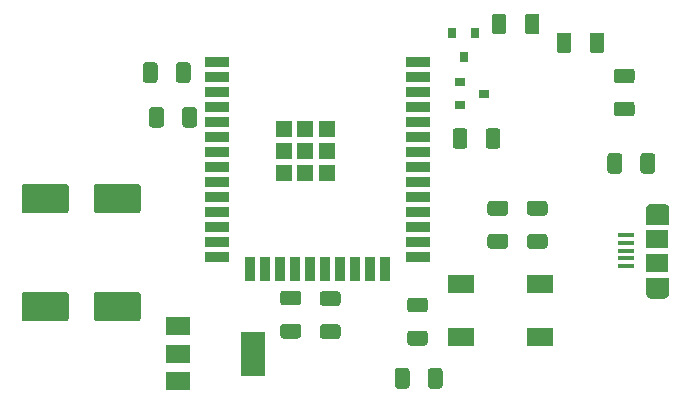
<source format=gtp>
G04 #@! TF.GenerationSoftware,KiCad,Pcbnew,(5.1.9)-1*
G04 #@! TF.CreationDate,2021-04-15T13:25:18+02:00*
G04 #@! TF.ProjectId,microfoon,6d696372-6f66-46f6-9f6e-2e6b69636164,rev?*
G04 #@! TF.SameCoordinates,Original*
G04 #@! TF.FileFunction,Paste,Top*
G04 #@! TF.FilePolarity,Positive*
%FSLAX46Y46*%
G04 Gerber Fmt 4.6, Leading zero omitted, Abs format (unit mm)*
G04 Created by KiCad (PCBNEW (5.1.9)-1) date 2021-04-15 13:25:18*
%MOMM*%
%LPD*%
G01*
G04 APERTURE LIST*
%ADD10C,0.000100*%
%ADD11R,1.350000X0.400000*%
%ADD12R,1.900000X1.500000*%
%ADD13R,2.300000X1.500000*%
%ADD14R,2.000000X3.800000*%
%ADD15R,2.000000X1.500000*%
%ADD16R,2.000000X0.900000*%
%ADD17R,0.900000X2.000000*%
%ADD18R,1.330000X1.330000*%
%ADD19R,0.800000X0.900000*%
%ADD20R,0.900000X0.800000*%
G04 APERTURE END LIST*
D10*
G36*
X138750000Y-64300000D02*
G01*
X138750000Y-63100000D01*
X140650000Y-63100000D01*
X140650000Y-64300000D01*
X140649349Y-64324860D01*
X140647398Y-64349650D01*
X140644152Y-64374310D01*
X140639620Y-64398760D01*
X140633815Y-64422940D01*
X140626752Y-64446780D01*
X140618451Y-64470220D01*
X140608934Y-64493200D01*
X140598228Y-64515650D01*
X140586362Y-64537500D01*
X140573369Y-64558700D01*
X140559283Y-64579200D01*
X140544144Y-64598930D01*
X140527994Y-64617840D01*
X140510876Y-64635880D01*
X140492837Y-64652990D01*
X140473927Y-64669140D01*
X140454198Y-64684280D01*
X140433704Y-64698370D01*
X140412500Y-64711360D01*
X140390645Y-64723230D01*
X140368200Y-64733930D01*
X140345225Y-64743450D01*
X140321783Y-64751750D01*
X140297939Y-64758810D01*
X140273758Y-64764620D01*
X140249306Y-64769150D01*
X140224651Y-64772400D01*
X140199860Y-64774350D01*
X140175000Y-64775000D01*
X139225000Y-64775000D01*
X139200140Y-64774350D01*
X139175349Y-64772400D01*
X139150694Y-64769150D01*
X139126242Y-64764620D01*
X139102061Y-64758810D01*
X139078217Y-64751750D01*
X139054775Y-64743450D01*
X139031800Y-64733930D01*
X139009355Y-64723230D01*
X138987500Y-64711360D01*
X138966296Y-64698370D01*
X138945802Y-64684280D01*
X138926073Y-64669140D01*
X138907163Y-64652990D01*
X138889124Y-64635880D01*
X138872006Y-64617840D01*
X138855856Y-64598930D01*
X138840717Y-64579200D01*
X138826631Y-64558700D01*
X138813638Y-64537500D01*
X138801772Y-64515650D01*
X138791066Y-64493200D01*
X138781549Y-64470220D01*
X138773248Y-64446780D01*
X138766185Y-64422940D01*
X138760380Y-64398760D01*
X138755848Y-64374310D01*
X138752602Y-64349650D01*
X138750651Y-64324860D01*
X138750000Y-64300000D01*
G37*
X138750000Y-64300000D02*
X138750000Y-63100000D01*
X140650000Y-63100000D01*
X140650000Y-64300000D01*
X140649349Y-64324860D01*
X140647398Y-64349650D01*
X140644152Y-64374310D01*
X140639620Y-64398760D01*
X140633815Y-64422940D01*
X140626752Y-64446780D01*
X140618451Y-64470220D01*
X140608934Y-64493200D01*
X140598228Y-64515650D01*
X140586362Y-64537500D01*
X140573369Y-64558700D01*
X140559283Y-64579200D01*
X140544144Y-64598930D01*
X140527994Y-64617840D01*
X140510876Y-64635880D01*
X140492837Y-64652990D01*
X140473927Y-64669140D01*
X140454198Y-64684280D01*
X140433704Y-64698370D01*
X140412500Y-64711360D01*
X140390645Y-64723230D01*
X140368200Y-64733930D01*
X140345225Y-64743450D01*
X140321783Y-64751750D01*
X140297939Y-64758810D01*
X140273758Y-64764620D01*
X140249306Y-64769150D01*
X140224651Y-64772400D01*
X140199860Y-64774350D01*
X140175000Y-64775000D01*
X139225000Y-64775000D01*
X139200140Y-64774350D01*
X139175349Y-64772400D01*
X139150694Y-64769150D01*
X139126242Y-64764620D01*
X139102061Y-64758810D01*
X139078217Y-64751750D01*
X139054775Y-64743450D01*
X139031800Y-64733930D01*
X139009355Y-64723230D01*
X138987500Y-64711360D01*
X138966296Y-64698370D01*
X138945802Y-64684280D01*
X138926073Y-64669140D01*
X138907163Y-64652990D01*
X138889124Y-64635880D01*
X138872006Y-64617840D01*
X138855856Y-64598930D01*
X138840717Y-64579200D01*
X138826631Y-64558700D01*
X138813638Y-64537500D01*
X138801772Y-64515650D01*
X138791066Y-64493200D01*
X138781549Y-64470220D01*
X138773248Y-64446780D01*
X138766185Y-64422940D01*
X138760380Y-64398760D01*
X138755848Y-64374310D01*
X138752602Y-64349650D01*
X138750651Y-64324860D01*
X138750000Y-64300000D01*
G36*
X138750000Y-57300000D02*
G01*
X138750000Y-58500000D01*
X140650000Y-58500000D01*
X140650000Y-57300000D01*
X140649349Y-57275140D01*
X140647398Y-57250350D01*
X140644152Y-57225690D01*
X140639620Y-57201240D01*
X140633815Y-57177060D01*
X140626752Y-57153220D01*
X140618451Y-57129780D01*
X140608934Y-57106800D01*
X140598228Y-57084350D01*
X140586362Y-57062500D01*
X140573369Y-57041300D01*
X140559283Y-57020800D01*
X140544144Y-57001070D01*
X140527994Y-56982160D01*
X140510876Y-56964120D01*
X140492837Y-56947010D01*
X140473927Y-56930860D01*
X140454198Y-56915720D01*
X140433704Y-56901630D01*
X140412500Y-56888640D01*
X140390645Y-56876770D01*
X140368200Y-56866070D01*
X140345225Y-56856550D01*
X140321783Y-56848250D01*
X140297939Y-56841190D01*
X140273758Y-56835380D01*
X140249306Y-56830850D01*
X140224651Y-56827600D01*
X140199860Y-56825650D01*
X140175000Y-56825000D01*
X139225000Y-56825000D01*
X139200140Y-56825650D01*
X139175349Y-56827600D01*
X139150694Y-56830850D01*
X139126242Y-56835380D01*
X139102061Y-56841190D01*
X139078217Y-56848250D01*
X139054775Y-56856550D01*
X139031800Y-56866070D01*
X139009355Y-56876770D01*
X138987500Y-56888640D01*
X138966296Y-56901630D01*
X138945802Y-56915720D01*
X138926073Y-56930860D01*
X138907163Y-56947010D01*
X138889124Y-56964120D01*
X138872006Y-56982160D01*
X138855856Y-57001070D01*
X138840717Y-57020800D01*
X138826631Y-57041300D01*
X138813638Y-57062500D01*
X138801772Y-57084350D01*
X138791066Y-57106800D01*
X138781549Y-57129780D01*
X138773248Y-57153220D01*
X138766185Y-57177060D01*
X138760380Y-57201240D01*
X138755848Y-57225690D01*
X138752602Y-57250350D01*
X138750651Y-57275140D01*
X138750000Y-57300000D01*
G37*
X138750000Y-57300000D02*
X138750000Y-58500000D01*
X140650000Y-58500000D01*
X140650000Y-57300000D01*
X140649349Y-57275140D01*
X140647398Y-57250350D01*
X140644152Y-57225690D01*
X140639620Y-57201240D01*
X140633815Y-57177060D01*
X140626752Y-57153220D01*
X140618451Y-57129780D01*
X140608934Y-57106800D01*
X140598228Y-57084350D01*
X140586362Y-57062500D01*
X140573369Y-57041300D01*
X140559283Y-57020800D01*
X140544144Y-57001070D01*
X140527994Y-56982160D01*
X140510876Y-56964120D01*
X140492837Y-56947010D01*
X140473927Y-56930860D01*
X140454198Y-56915720D01*
X140433704Y-56901630D01*
X140412500Y-56888640D01*
X140390645Y-56876770D01*
X140368200Y-56866070D01*
X140345225Y-56856550D01*
X140321783Y-56848250D01*
X140297939Y-56841190D01*
X140273758Y-56835380D01*
X140249306Y-56830850D01*
X140224651Y-56827600D01*
X140199860Y-56825650D01*
X140175000Y-56825000D01*
X139225000Y-56825000D01*
X139200140Y-56825650D01*
X139175349Y-56827600D01*
X139150694Y-56830850D01*
X139126242Y-56835380D01*
X139102061Y-56841190D01*
X139078217Y-56848250D01*
X139054775Y-56856550D01*
X139031800Y-56866070D01*
X139009355Y-56876770D01*
X138987500Y-56888640D01*
X138966296Y-56901630D01*
X138945802Y-56915720D01*
X138926073Y-56930860D01*
X138907163Y-56947010D01*
X138889124Y-56964120D01*
X138872006Y-56982160D01*
X138855856Y-57001070D01*
X138840717Y-57020800D01*
X138826631Y-57041300D01*
X138813638Y-57062500D01*
X138801772Y-57084350D01*
X138791066Y-57106800D01*
X138781549Y-57129780D01*
X138773248Y-57153220D01*
X138766185Y-57177060D01*
X138760380Y-57201240D01*
X138755848Y-57225690D01*
X138752602Y-57250350D01*
X138750651Y-57275140D01*
X138750000Y-57300000D01*
G36*
G01*
X126825000Y-57825000D02*
X125575000Y-57825000D01*
G75*
G02*
X125325000Y-57575000I0J250000D01*
G01*
X125325000Y-56825000D01*
G75*
G02*
X125575000Y-56575000I250000J0D01*
G01*
X126825000Y-56575000D01*
G75*
G02*
X127075000Y-56825000I0J-250000D01*
G01*
X127075000Y-57575000D01*
G75*
G02*
X126825000Y-57825000I-250000J0D01*
G01*
G37*
G36*
G01*
X126825000Y-60625000D02*
X125575000Y-60625000D01*
G75*
G02*
X125325000Y-60375000I0J250000D01*
G01*
X125325000Y-59625000D01*
G75*
G02*
X125575000Y-59375000I250000J0D01*
G01*
X126825000Y-59375000D01*
G75*
G02*
X127075000Y-59625000I0J-250000D01*
G01*
X127075000Y-60375000D01*
G75*
G02*
X126825000Y-60625000I-250000J0D01*
G01*
G37*
G36*
G01*
X138275000Y-54025000D02*
X138275000Y-52775000D01*
G75*
G02*
X138525000Y-52525000I250000J0D01*
G01*
X139275000Y-52525000D01*
G75*
G02*
X139525000Y-52775000I0J-250000D01*
G01*
X139525000Y-54025000D01*
G75*
G02*
X139275000Y-54275000I-250000J0D01*
G01*
X138525000Y-54275000D01*
G75*
G02*
X138275000Y-54025000I0J250000D01*
G01*
G37*
G36*
G01*
X135475000Y-54025000D02*
X135475000Y-52775000D01*
G75*
G02*
X135725000Y-52525000I250000J0D01*
G01*
X136475000Y-52525000D01*
G75*
G02*
X136725000Y-52775000I0J-250000D01*
G01*
X136725000Y-54025000D01*
G75*
G02*
X136475000Y-54275000I-250000J0D01*
G01*
X135725000Y-54275000D01*
G75*
G02*
X135475000Y-54025000I0J250000D01*
G01*
G37*
G36*
G01*
X98943000Y-46345000D02*
X98943000Y-45095000D01*
G75*
G02*
X99193000Y-44845000I250000J0D01*
G01*
X99943000Y-44845000D01*
G75*
G02*
X100193000Y-45095000I0J-250000D01*
G01*
X100193000Y-46345000D01*
G75*
G02*
X99943000Y-46595000I-250000J0D01*
G01*
X99193000Y-46595000D01*
G75*
G02*
X98943000Y-46345000I0J250000D01*
G01*
G37*
G36*
G01*
X96143000Y-46345000D02*
X96143000Y-45095000D01*
G75*
G02*
X96393000Y-44845000I250000J0D01*
G01*
X97143000Y-44845000D01*
G75*
G02*
X97393000Y-45095000I0J-250000D01*
G01*
X97393000Y-46345000D01*
G75*
G02*
X97143000Y-46595000I-250000J0D01*
G01*
X96393000Y-46595000D01*
G75*
G02*
X96143000Y-46345000I0J250000D01*
G01*
G37*
G36*
G01*
X97925000Y-48875000D02*
X97925000Y-50125000D01*
G75*
G02*
X97675000Y-50375000I-250000J0D01*
G01*
X96925000Y-50375000D01*
G75*
G02*
X96675000Y-50125000I0J250000D01*
G01*
X96675000Y-48875000D01*
G75*
G02*
X96925000Y-48625000I250000J0D01*
G01*
X97675000Y-48625000D01*
G75*
G02*
X97925000Y-48875000I0J-250000D01*
G01*
G37*
G36*
G01*
X100725000Y-48875000D02*
X100725000Y-50125000D01*
G75*
G02*
X100475000Y-50375000I-250000J0D01*
G01*
X99725000Y-50375000D01*
G75*
G02*
X99475000Y-50125000I0J250000D01*
G01*
X99475000Y-48875000D01*
G75*
G02*
X99725000Y-48625000I250000J0D01*
G01*
X100475000Y-48625000D01*
G75*
G02*
X100725000Y-48875000I0J-250000D01*
G01*
G37*
G36*
G01*
X131175000Y-43825000D02*
X131175000Y-42575000D01*
G75*
G02*
X131425000Y-42325000I250000J0D01*
G01*
X132175000Y-42325000D01*
G75*
G02*
X132425000Y-42575000I0J-250000D01*
G01*
X132425000Y-43825000D01*
G75*
G02*
X132175000Y-44075000I-250000J0D01*
G01*
X131425000Y-44075000D01*
G75*
G02*
X131175000Y-43825000I0J250000D01*
G01*
G37*
G36*
G01*
X133975000Y-43825000D02*
X133975000Y-42575000D01*
G75*
G02*
X134225000Y-42325000I250000J0D01*
G01*
X134975000Y-42325000D01*
G75*
G02*
X135225000Y-42575000I0J-250000D01*
G01*
X135225000Y-43825000D01*
G75*
G02*
X134975000Y-44075000I-250000J0D01*
G01*
X134225000Y-44075000D01*
G75*
G02*
X133975000Y-43825000I0J250000D01*
G01*
G37*
D11*
X137025000Y-59500000D03*
X137025000Y-60150000D03*
X137025000Y-60800000D03*
X137025000Y-61450000D03*
X137025000Y-62100000D03*
D12*
X139700000Y-59800000D03*
X139700000Y-61800000D03*
D13*
X123050000Y-68100000D03*
X129750000Y-68100000D03*
X129750000Y-63600000D03*
X123050000Y-63600000D03*
D14*
X105450000Y-69500000D03*
D15*
X99150000Y-69500000D03*
X99150000Y-71800000D03*
X99150000Y-67200000D03*
D16*
X102400000Y-44840000D03*
X102400000Y-46110000D03*
X102400000Y-47380000D03*
X102400000Y-48650000D03*
X102400000Y-49920000D03*
X102400000Y-51190000D03*
X102400000Y-52460000D03*
X102400000Y-53730000D03*
X102400000Y-55000000D03*
X102400000Y-56270000D03*
X102400000Y-57540000D03*
X102400000Y-58810000D03*
X102400000Y-60080000D03*
X102400000Y-61350000D03*
D17*
X105185000Y-62350000D03*
X106455000Y-62350000D03*
X107725000Y-62350000D03*
X108995000Y-62350000D03*
X110265000Y-62350000D03*
X111535000Y-62350000D03*
X112805000Y-62350000D03*
X114075000Y-62350000D03*
X115345000Y-62350000D03*
X116615000Y-62350000D03*
D16*
X119400000Y-61350000D03*
X119400000Y-60080000D03*
X119400000Y-58810000D03*
X119400000Y-57540000D03*
X119400000Y-56270000D03*
X119400000Y-55000000D03*
X119400000Y-53730000D03*
X119400000Y-52460000D03*
X119400000Y-51190000D03*
X119400000Y-49920000D03*
X119400000Y-48650000D03*
X119400000Y-47380000D03*
X119400000Y-46110000D03*
X119400000Y-44840000D03*
D18*
X108065000Y-50505000D03*
X109900000Y-50505000D03*
X111735000Y-50505000D03*
X108065000Y-52340000D03*
X109900000Y-52340000D03*
X111735000Y-52340000D03*
X108065000Y-54175000D03*
X109900000Y-54175000D03*
X111735000Y-54175000D03*
G36*
G01*
X130165000Y-60625000D02*
X128915000Y-60625000D01*
G75*
G02*
X128665000Y-60375000I0J250000D01*
G01*
X128665000Y-59625000D01*
G75*
G02*
X128915000Y-59375000I250000J0D01*
G01*
X130165000Y-59375000D01*
G75*
G02*
X130415000Y-59625000I0J-250000D01*
G01*
X130415000Y-60375000D01*
G75*
G02*
X130165000Y-60625000I-250000J0D01*
G01*
G37*
G36*
G01*
X130165000Y-57825000D02*
X128915000Y-57825000D01*
G75*
G02*
X128665000Y-57575000I0J250000D01*
G01*
X128665000Y-56825000D01*
G75*
G02*
X128915000Y-56575000I250000J0D01*
G01*
X130165000Y-56575000D01*
G75*
G02*
X130415000Y-56825000I0J-250000D01*
G01*
X130415000Y-57575000D01*
G75*
G02*
X130165000Y-57825000I-250000J0D01*
G01*
G37*
D19*
X123300000Y-44400000D03*
X122350000Y-42400000D03*
X124250000Y-42400000D03*
D20*
X123000000Y-46550000D03*
X123000000Y-48450000D03*
X125000000Y-47500000D03*
G36*
G01*
X120275000Y-72225000D02*
X120275000Y-70975000D01*
G75*
G02*
X120525000Y-70725000I250000J0D01*
G01*
X121275000Y-70725000D01*
G75*
G02*
X121525000Y-70975000I0J-250000D01*
G01*
X121525000Y-72225000D01*
G75*
G02*
X121275000Y-72475000I-250000J0D01*
G01*
X120525000Y-72475000D01*
G75*
G02*
X120275000Y-72225000I0J250000D01*
G01*
G37*
G36*
G01*
X117475000Y-72225000D02*
X117475000Y-70975000D01*
G75*
G02*
X117725000Y-70725000I250000J0D01*
G01*
X118475000Y-70725000D01*
G75*
G02*
X118725000Y-70975000I0J-250000D01*
G01*
X118725000Y-72225000D01*
G75*
G02*
X118475000Y-72475000I-250000J0D01*
G01*
X117725000Y-72475000D01*
G75*
G02*
X117475000Y-72225000I0J250000D01*
G01*
G37*
G36*
G01*
X128475000Y-42225000D02*
X128475000Y-40975000D01*
G75*
G02*
X128725000Y-40725000I250000J0D01*
G01*
X129475000Y-40725000D01*
G75*
G02*
X129725000Y-40975000I0J-250000D01*
G01*
X129725000Y-42225000D01*
G75*
G02*
X129475000Y-42475000I-250000J0D01*
G01*
X128725000Y-42475000D01*
G75*
G02*
X128475000Y-42225000I0J250000D01*
G01*
G37*
G36*
G01*
X125675000Y-42225000D02*
X125675000Y-40975000D01*
G75*
G02*
X125925000Y-40725000I250000J0D01*
G01*
X126675000Y-40725000D01*
G75*
G02*
X126925000Y-40975000I0J-250000D01*
G01*
X126925000Y-42225000D01*
G75*
G02*
X126675000Y-42475000I-250000J0D01*
G01*
X125925000Y-42475000D01*
G75*
G02*
X125675000Y-42225000I0J250000D01*
G01*
G37*
G36*
G01*
X125175000Y-51925000D02*
X125175000Y-50675000D01*
G75*
G02*
X125425000Y-50425000I250000J0D01*
G01*
X126175000Y-50425000D01*
G75*
G02*
X126425000Y-50675000I0J-250000D01*
G01*
X126425000Y-51925000D01*
G75*
G02*
X126175000Y-52175000I-250000J0D01*
G01*
X125425000Y-52175000D01*
G75*
G02*
X125175000Y-51925000I0J250000D01*
G01*
G37*
G36*
G01*
X122375000Y-51925000D02*
X122375000Y-50675000D01*
G75*
G02*
X122625000Y-50425000I250000J0D01*
G01*
X123375000Y-50425000D01*
G75*
G02*
X123625000Y-50675000I0J-250000D01*
G01*
X123625000Y-51925000D01*
G75*
G02*
X123375000Y-52175000I-250000J0D01*
G01*
X122625000Y-52175000D01*
G75*
G02*
X122375000Y-51925000I0J250000D01*
G01*
G37*
G36*
G01*
X137525000Y-49425000D02*
X136275000Y-49425000D01*
G75*
G02*
X136025000Y-49175000I0J250000D01*
G01*
X136025000Y-48425000D01*
G75*
G02*
X136275000Y-48175000I250000J0D01*
G01*
X137525000Y-48175000D01*
G75*
G02*
X137775000Y-48425000I0J-250000D01*
G01*
X137775000Y-49175000D01*
G75*
G02*
X137525000Y-49425000I-250000J0D01*
G01*
G37*
G36*
G01*
X137525000Y-46625000D02*
X136275000Y-46625000D01*
G75*
G02*
X136025000Y-46375000I0J250000D01*
G01*
X136025000Y-45625000D01*
G75*
G02*
X136275000Y-45375000I250000J0D01*
G01*
X137525000Y-45375000D01*
G75*
G02*
X137775000Y-45625000I0J-250000D01*
G01*
X137775000Y-46375000D01*
G75*
G02*
X137525000Y-46625000I-250000J0D01*
G01*
G37*
G36*
G01*
X120025000Y-68825000D02*
X118775000Y-68825000D01*
G75*
G02*
X118525000Y-68575000I0J250000D01*
G01*
X118525000Y-67825000D01*
G75*
G02*
X118775000Y-67575000I250000J0D01*
G01*
X120025000Y-67575000D01*
G75*
G02*
X120275000Y-67825000I0J-250000D01*
G01*
X120275000Y-68575000D01*
G75*
G02*
X120025000Y-68825000I-250000J0D01*
G01*
G37*
G36*
G01*
X120025000Y-66025000D02*
X118775000Y-66025000D01*
G75*
G02*
X118525000Y-65775000I0J250000D01*
G01*
X118525000Y-65025000D01*
G75*
G02*
X118775000Y-64775000I250000J0D01*
G01*
X120025000Y-64775000D01*
G75*
G02*
X120275000Y-65025000I0J-250000D01*
G01*
X120275000Y-65775000D01*
G75*
G02*
X120025000Y-66025000I-250000J0D01*
G01*
G37*
G36*
G01*
X111379999Y-64220001D02*
X112629999Y-64220001D01*
G75*
G02*
X112879999Y-64470001I0J-250000D01*
G01*
X112879999Y-65220001D01*
G75*
G02*
X112629999Y-65470001I-250000J0D01*
G01*
X111379999Y-65470001D01*
G75*
G02*
X111129999Y-65220001I0J250000D01*
G01*
X111129999Y-64470001D01*
G75*
G02*
X111379999Y-64220001I250000J0D01*
G01*
G37*
G36*
G01*
X111379999Y-67020001D02*
X112629999Y-67020001D01*
G75*
G02*
X112879999Y-67270001I0J-250000D01*
G01*
X112879999Y-68020001D01*
G75*
G02*
X112629999Y-68270001I-250000J0D01*
G01*
X111379999Y-68270001D01*
G75*
G02*
X111129999Y-68020001I0J250000D01*
G01*
X111129999Y-67270001D01*
G75*
G02*
X111379999Y-67020001I250000J0D01*
G01*
G37*
G36*
G01*
X108039999Y-64180001D02*
X109289999Y-64180001D01*
G75*
G02*
X109539999Y-64430001I0J-250000D01*
G01*
X109539999Y-65180001D01*
G75*
G02*
X109289999Y-65430001I-250000J0D01*
G01*
X108039999Y-65430001D01*
G75*
G02*
X107789999Y-65180001I0J250000D01*
G01*
X107789999Y-64430001D01*
G75*
G02*
X108039999Y-64180001I250000J0D01*
G01*
G37*
G36*
G01*
X108039999Y-66980001D02*
X109289999Y-66980001D01*
G75*
G02*
X109539999Y-67230001I0J-250000D01*
G01*
X109539999Y-67980001D01*
G75*
G02*
X109289999Y-68230001I-250000J0D01*
G01*
X108039999Y-68230001D01*
G75*
G02*
X107789999Y-67980001I0J250000D01*
G01*
X107789999Y-67230001D01*
G75*
G02*
X108039999Y-66980001I250000J0D01*
G01*
G37*
G36*
G01*
X95982000Y-64532000D02*
X95982000Y-66532000D01*
G75*
G02*
X95732000Y-66782000I-250000J0D01*
G01*
X92232000Y-66782000D01*
G75*
G02*
X91982000Y-66532000I0J250000D01*
G01*
X91982000Y-64532000D01*
G75*
G02*
X92232000Y-64282000I250000J0D01*
G01*
X95732000Y-64282000D01*
G75*
G02*
X95982000Y-64532000I0J-250000D01*
G01*
G37*
G36*
G01*
X89882000Y-64532000D02*
X89882000Y-66532000D01*
G75*
G02*
X89632000Y-66782000I-250000J0D01*
G01*
X86132000Y-66782000D01*
G75*
G02*
X85882000Y-66532000I0J250000D01*
G01*
X85882000Y-64532000D01*
G75*
G02*
X86132000Y-64282000I250000J0D01*
G01*
X89632000Y-64282000D01*
G75*
G02*
X89882000Y-64532000I0J-250000D01*
G01*
G37*
G36*
G01*
X89882000Y-55388000D02*
X89882000Y-57388000D01*
G75*
G02*
X89632000Y-57638000I-250000J0D01*
G01*
X86132000Y-57638000D01*
G75*
G02*
X85882000Y-57388000I0J250000D01*
G01*
X85882000Y-55388000D01*
G75*
G02*
X86132000Y-55138000I250000J0D01*
G01*
X89632000Y-55138000D01*
G75*
G02*
X89882000Y-55388000I0J-250000D01*
G01*
G37*
G36*
G01*
X95982000Y-55388000D02*
X95982000Y-57388000D01*
G75*
G02*
X95732000Y-57638000I-250000J0D01*
G01*
X92232000Y-57638000D01*
G75*
G02*
X91982000Y-57388000I0J250000D01*
G01*
X91982000Y-55388000D01*
G75*
G02*
X92232000Y-55138000I250000J0D01*
G01*
X95732000Y-55138000D01*
G75*
G02*
X95982000Y-55388000I0J-250000D01*
G01*
G37*
M02*

</source>
